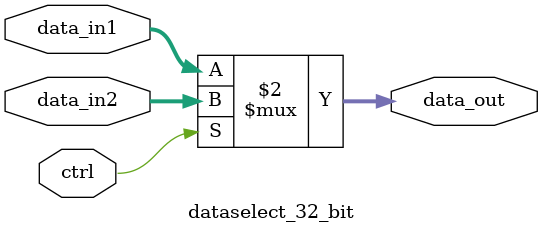
<source format=v>
`timescale 1ns / 1ps
module dataselect_32_bit(data_in1, data_in2, ctrl, data_out);
  input [31:0] data_in1, data_in2; //Á½¸öÊý¾Ý
  input ctrl; //¿ØÖÆÐÅºÅ
  output [31:0] data_out;
  assign data_out = (ctrl == 1'b0 ? data_in1 : data_in2);
endmodule


</source>
